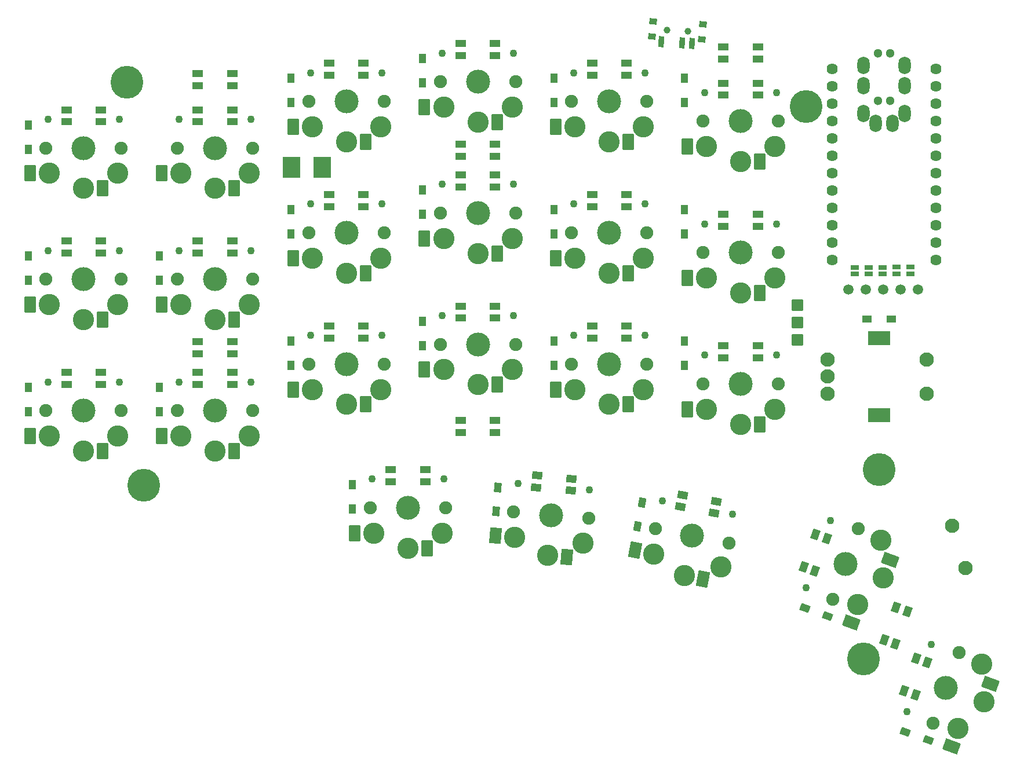
<source format=gbs>
G04 #@! TF.GenerationSoftware,KiCad,Pcbnew,7.0.7*
G04 #@! TF.CreationDate,2023-09-27T23:26:32-04:00*
G04 #@! TF.ProjectId,keybear-chocolate,6b657962-6561-4722-9d63-686f636f6c61,v1.0.0*
G04 #@! TF.SameCoordinates,Original*
G04 #@! TF.FileFunction,Soldermask,Bot*
G04 #@! TF.FilePolarity,Negative*
%FSLAX46Y46*%
G04 Gerber Fmt 4.6, Leading zero omitted, Abs format (unit mm)*
G04 Created by KiCad (PCBNEW 7.0.7) date 2023-09-27 23:26:32*
%MOMM*%
%LPD*%
G01*
G04 APERTURE LIST*
G04 Aperture macros list*
%AMRoundRect*
0 Rectangle with rounded corners*
0 $1 Rounding radius*
0 $2 $3 $4 $5 $6 $7 $8 $9 X,Y pos of 4 corners*
0 Add a 4 corners polygon primitive as box body*
4,1,4,$2,$3,$4,$5,$6,$7,$8,$9,$2,$3,0*
0 Add four circle primitives for the rounded corners*
1,1,$1+$1,$2,$3*
1,1,$1+$1,$4,$5*
1,1,$1+$1,$6,$7*
1,1,$1+$1,$8,$9*
0 Add four rect primitives between the rounded corners*
20,1,$1+$1,$2,$3,$4,$5,0*
20,1,$1+$1,$4,$5,$6,$7,0*
20,1,$1+$1,$6,$7,$8,$9,0*
20,1,$1+$1,$8,$9,$2,$3,0*%
G04 Aperture macros list end*
%ADD10C,1.900000*%
%ADD11C,1.100000*%
%ADD12C,3.100000*%
%ADD13C,3.500000*%
%ADD14RoundRect,0.050000X0.800000X1.100000X-0.800000X1.100000X-0.800000X-1.100000X0.800000X-1.100000X0*%
%ADD15RoundRect,0.050000X-0.475000X0.650000X-0.475000X-0.650000X0.475000X-0.650000X0.475000X0.650000X0*%
%ADD16RoundRect,0.050000X-0.690000X-0.500000X0.690000X-0.500000X0.690000X0.500000X-0.690000X0.500000X0*%
%ADD17C,4.800000*%
%ADD18C,1.497000*%
%ADD19RoundRect,0.050000X0.233852X-0.819398X0.705840X0.477378X-0.233852X0.819398X-0.705840X-0.477378X0*%
%ADD20C,2.100000*%
%ADD21RoundRect,0.050000X-1.600000X-1.000000X1.600000X-1.000000X1.600000X1.000000X-1.600000X1.000000X0*%
%ADD22RoundRect,0.050000X1.250000X-1.500000X1.250000X1.500000X-1.250000X1.500000X-1.250000X-1.500000X0*%
%ADD23C,1.624000*%
%ADD24C,1.300000*%
%ADD25O,1.800000X2.600000*%
%ADD26RoundRect,0.050000X-0.760046X1.127976X-1.307278X-0.375532X0.760046X-1.127976X1.307278X0.375532X0*%
%ADD27RoundRect,0.050000X-0.730952X-0.437960X0.643796X-0.558235X0.730952X0.437960X-0.643796X0.558235X0*%
%ADD28RoundRect,0.050000X-0.773260X-0.224041X0.448341X-0.668667X0.773260X0.224041X-0.448341X0.668667X0*%
%ADD29RoundRect,0.050000X0.995192X0.927143X-0.575412X1.232437X-0.995192X-0.927143X0.575412X-1.232437X0*%
%ADD30RoundRect,0.050000X-0.772727X-0.359155X0.581918X-0.622472X0.772727X0.359155X-0.581918X0.622472X0*%
%ADD31RoundRect,0.050000X-0.650000X-0.475000X0.650000X-0.475000X0.650000X0.475000X-0.650000X0.475000X0*%
%ADD32RoundRect,0.050000X-0.342247X0.728692X-0.590299X-0.547423X0.342247X-0.728692X0.590299X0.547423X0*%
%ADD33RoundRect,0.050000X-0.762000X-0.762000X0.762000X-0.762000X0.762000X0.762000X-0.762000X0.762000X0*%
%ADD34RoundRect,0.050000X0.892827X1.026090X-0.701084X1.165539X-0.892827X-1.026090X0.701084X-1.165539X0*%
%ADD35RoundRect,0.050000X-0.416541X0.688926X-0.529844X-0.606128X0.416541X-0.688926X0.529844X0.606128X0*%
%ADD36RoundRect,0.050000X-0.571500X0.317500X-0.571500X-0.317500X0.571500X-0.317500X0.571500X0.317500X0*%
%ADD37RoundRect,0.050000X-0.523487X-0.368730X0.474648X-0.429778X0.523487X0.368730X-0.474648X0.429778X0*%
%ADD38C,1.000000*%
%ADD39RoundRect,0.050000X-0.395134X-0.727234X0.303561X-0.769968X0.395134X0.727234X-0.303561X0.769968X0*%
G04 APERTURE END LIST*
D10*
X174700000Y-130800000D03*
D11*
X174420000Y-126600000D03*
D12*
X174200000Y-134500000D03*
X169200000Y-136700000D03*
D13*
X169200000Y-130800000D03*
D12*
X164200000Y-134500000D03*
D11*
X163980000Y-126600000D03*
D10*
X163700000Y-130800000D03*
D14*
X161400000Y-134500000D03*
X172000000Y-136700000D03*
D15*
X237800000Y-139825000D03*
X237800000Y-143375000D03*
D16*
X166685600Y-107775000D03*
X171714400Y-107775000D03*
X171714400Y-106025000D03*
X166685600Y-106025000D03*
D17*
X158750000Y-160909000D03*
D16*
X243485600Y-103865000D03*
X248514400Y-103865000D03*
X248514400Y-102115000D03*
X243485600Y-102115000D03*
D15*
X161100000Y-127425000D03*
X161100000Y-130975000D03*
D10*
X213100000Y-101910000D03*
D11*
X212820000Y-97710000D03*
D12*
X212600000Y-105610000D03*
X207600000Y-107810000D03*
D13*
X207600000Y-101910000D03*
D12*
X202600000Y-105610000D03*
D11*
X202380000Y-97710000D03*
D10*
X202100000Y-101910000D03*
D14*
X199800000Y-105610000D03*
X210400000Y-107810000D03*
D15*
X180300000Y-120625000D03*
X180300000Y-124175000D03*
D18*
X261721600Y-132334000D03*
X264261600Y-132334000D03*
X266801600Y-132334000D03*
X269341600Y-132334000D03*
X271881600Y-132334000D03*
D15*
X180300000Y-101425000D03*
X180300000Y-104975000D03*
D16*
X224285600Y-139375000D03*
X229314400Y-139375000D03*
X229314400Y-137625000D03*
X224285600Y-137625000D03*
D10*
X232300000Y-124000000D03*
D11*
X232020000Y-119800000D03*
D12*
X231800000Y-127700000D03*
X226800000Y-129900000D03*
D13*
X226800000Y-124000000D03*
D12*
X221800000Y-127700000D03*
D11*
X221580000Y-119800000D03*
D10*
X221300000Y-124000000D03*
D14*
X219000000Y-127700000D03*
X229600000Y-129900000D03*
D10*
X251500000Y-107690000D03*
D11*
X251220000Y-103490000D03*
D12*
X251000000Y-111390000D03*
X246000000Y-113590000D03*
D13*
X246000000Y-107690000D03*
D12*
X241000000Y-111390000D03*
D11*
X240780000Y-103490000D03*
D10*
X240500000Y-107690000D03*
D14*
X238200000Y-111390000D03*
X248800000Y-113590000D03*
D19*
X256858582Y-173463624D03*
X258578532Y-168738097D03*
X256934070Y-168139562D03*
X255214120Y-172865089D03*
D10*
X174700000Y-150000000D03*
D11*
X174420000Y-145800000D03*
D12*
X174200000Y-153700000D03*
X169200000Y-155900000D03*
D13*
X169200000Y-150000000D03*
D12*
X164200000Y-153700000D03*
D11*
X163980000Y-145800000D03*
D10*
X163700000Y-150000000D03*
D14*
X161400000Y-153700000D03*
X172000000Y-155900000D03*
D16*
X243485600Y-98565000D03*
X248514400Y-98565000D03*
X248514400Y-96815000D03*
X243485600Y-96815000D03*
D15*
X199500000Y-98535000D03*
X199500000Y-102085000D03*
D20*
X258692000Y-142534000D03*
X258692000Y-147534000D03*
X258692000Y-145034000D03*
D21*
X266192000Y-139434000D03*
X266192000Y-150634000D03*
D20*
X273192000Y-147534000D03*
X273192000Y-142534000D03*
D10*
X251500000Y-126890000D03*
D11*
X251220000Y-122690000D03*
D12*
X251000000Y-130590000D03*
X246000000Y-132790000D03*
D13*
X246000000Y-126890000D03*
D12*
X241000000Y-130590000D03*
D11*
X240780000Y-122690000D03*
D10*
X240500000Y-126890000D03*
D14*
X238200000Y-130590000D03*
X248800000Y-132790000D03*
D16*
X166685600Y-141675000D03*
X171714400Y-141675000D03*
X171714400Y-139925000D03*
X166685600Y-139925000D03*
D15*
X237800000Y-101425000D03*
X237800000Y-104975000D03*
D10*
X251500000Y-146090000D03*
D11*
X251220000Y-141890000D03*
D12*
X251000000Y-149790000D03*
X246000000Y-151990000D03*
D13*
X246000000Y-146090000D03*
D12*
X241000000Y-149790000D03*
D11*
X240780000Y-141890000D03*
D10*
X240500000Y-146090000D03*
D14*
X238200000Y-149790000D03*
X248800000Y-151990000D03*
D15*
X141900000Y-127425000D03*
X141900000Y-130975000D03*
D22*
X180340000Y-114427000D03*
X184840000Y-114427000D03*
D17*
X263906000Y-186309000D03*
D10*
X155500000Y-130800000D03*
D11*
X155220000Y-126600000D03*
D12*
X155000000Y-134500000D03*
X150000000Y-136700000D03*
D13*
X150000000Y-130800000D03*
D12*
X145000000Y-134500000D03*
D11*
X144780000Y-126600000D03*
D10*
X144500000Y-130800000D03*
D14*
X142200000Y-134500000D03*
X152800000Y-136700000D03*
D23*
X274556400Y-100012000D03*
X274556400Y-102552000D03*
X274556400Y-105092000D03*
X274556400Y-107632000D03*
X274556400Y-110172000D03*
X274556400Y-112712000D03*
X274556400Y-115252000D03*
X274556400Y-117792000D03*
X274556400Y-120332000D03*
X274556400Y-122872000D03*
X274556400Y-125412000D03*
X274556400Y-127952000D03*
X259336400Y-127952000D03*
X259336400Y-125412000D03*
X259336400Y-122872000D03*
X259336400Y-120332000D03*
X259336400Y-117792000D03*
X259336400Y-115252000D03*
X259336400Y-112712000D03*
X259336400Y-110172000D03*
X259336400Y-107632000D03*
X259336400Y-105092000D03*
X259336400Y-102552000D03*
X259336400Y-100012000D03*
D24*
X266079000Y-97716000D03*
X266079000Y-104716000D03*
X267829000Y-97716000D03*
X267829000Y-104716000D03*
D25*
X265729000Y-108016000D03*
X268179000Y-108016000D03*
X263979000Y-99516000D03*
X269929000Y-99516000D03*
X263979000Y-102516000D03*
X269929000Y-102516000D03*
X263979000Y-106516000D03*
X269929000Y-106516000D03*
D10*
X263193992Y-167240779D03*
D11*
X259151517Y-166067408D03*
D12*
X266499844Y-168976099D03*
X266857067Y-174427007D03*
D13*
X261312881Y-172409088D03*
D12*
X263079643Y-178373026D03*
D11*
X255580827Y-175877799D03*
D10*
X259431770Y-177577397D03*
D26*
X262121987Y-181004165D03*
X267814724Y-171795868D03*
D10*
X193900000Y-124000000D03*
D11*
X193620000Y-119800000D03*
D12*
X193400000Y-127700000D03*
X188400000Y-129900000D03*
D13*
X188400000Y-124000000D03*
D12*
X183400000Y-127700000D03*
D11*
X183180000Y-119800000D03*
D10*
X182900000Y-124000000D03*
D14*
X180600000Y-127700000D03*
X191200000Y-129900000D03*
D15*
X237800000Y-120625000D03*
X237800000Y-124175000D03*
D27*
X216137578Y-161253761D03*
X221147242Y-161692050D03*
X221299764Y-159948709D03*
X216290100Y-159510420D03*
D28*
X270060666Y-196982994D03*
X273396574Y-198197166D03*
D10*
X193900000Y-104800000D03*
D11*
X193620000Y-100600000D03*
D12*
X193400000Y-108500000D03*
X188400000Y-110700000D03*
D13*
X188400000Y-104800000D03*
D12*
X183400000Y-108500000D03*
D11*
X183180000Y-100600000D03*
D10*
X182900000Y-104800000D03*
D14*
X180600000Y-108500000D03*
X191200000Y-110700000D03*
D10*
X244304480Y-169337436D03*
D11*
X244831022Y-165161176D03*
D12*
X243107673Y-172874053D03*
X237779757Y-174079587D03*
D13*
X238905530Y-168287987D03*
D12*
X233291401Y-170965963D03*
D11*
X234582834Y-163169130D03*
D10*
X233506580Y-167238538D03*
D29*
X230542845Y-170431697D03*
X240528313Y-174613853D03*
D10*
X232300000Y-104800000D03*
D11*
X232020000Y-100600000D03*
D12*
X231800000Y-108500000D03*
X226800000Y-110700000D03*
D13*
X226800000Y-104800000D03*
D12*
X221800000Y-108500000D03*
D11*
X221580000Y-100600000D03*
D10*
X221300000Y-104800000D03*
D14*
X219000000Y-108500000D03*
X229600000Y-110700000D03*
D17*
X255524000Y-105537000D03*
D15*
X161100000Y-146625000D03*
X161100000Y-150175000D03*
D28*
X255371056Y-178866280D03*
X258706964Y-180080452D03*
D30*
X237167171Y-164053493D03*
X242103578Y-165013033D03*
X242437493Y-163295185D03*
X237501086Y-162335645D03*
D16*
X243485600Y-142265000D03*
X248514400Y-142265000D03*
X248514400Y-140515000D03*
X243485600Y-140515000D03*
X147485600Y-107775000D03*
X152514400Y-107775000D03*
X152514400Y-106025000D03*
X147485600Y-106025000D03*
D10*
X202900000Y-164200000D03*
D11*
X202620000Y-160000000D03*
D12*
X202400000Y-167900000D03*
X197400000Y-170100000D03*
D13*
X197400000Y-164200000D03*
D12*
X192400000Y-167900000D03*
D11*
X192180000Y-160000000D03*
D10*
X191900000Y-164200000D03*
D14*
X189600000Y-167900000D03*
X200200000Y-170100000D03*
D19*
X268625613Y-184124757D03*
X270345563Y-179399230D03*
X268701101Y-178800695D03*
X266981151Y-183526222D03*
D10*
X232300000Y-143200000D03*
D11*
X232020000Y-139000000D03*
D12*
X231800000Y-146900000D03*
X226800000Y-149100000D03*
D13*
X226800000Y-143200000D03*
D12*
X221800000Y-146900000D03*
D11*
X221580000Y-139000000D03*
D10*
X221300000Y-143200000D03*
D14*
X219000000Y-146900000D03*
X229600000Y-149100000D03*
D15*
X218700000Y-101425000D03*
X218700000Y-104975000D03*
X180300000Y-139825000D03*
X180300000Y-143375000D03*
D20*
X278880305Y-173016934D03*
X276871695Y-166835066D03*
D16*
X224285600Y-100975000D03*
X229314400Y-100975000D03*
X229314400Y-99225000D03*
X224285600Y-99225000D03*
X194885600Y-160375000D03*
X199914400Y-160375000D03*
X199914400Y-158625000D03*
X194885600Y-158625000D03*
X224285600Y-120175000D03*
X229314400Y-120175000D03*
X229314400Y-118425000D03*
X224285600Y-118425000D03*
X185885600Y-139375000D03*
X190914400Y-139375000D03*
X190914400Y-137625000D03*
X185885600Y-137625000D03*
X147485600Y-126975000D03*
X152514400Y-126975000D03*
X152514400Y-125225000D03*
X147485600Y-125225000D03*
D10*
X155500000Y-150000000D03*
D11*
X155220000Y-145800000D03*
D12*
X155000000Y-153700000D03*
X150000000Y-155900000D03*
D13*
X150000000Y-150000000D03*
D12*
X145000000Y-153700000D03*
D11*
X144780000Y-145800000D03*
D10*
X144500000Y-150000000D03*
D14*
X142200000Y-153700000D03*
X152800000Y-155900000D03*
D31*
X264417000Y-136634000D03*
X267967000Y-136634000D03*
D16*
X185885600Y-100975000D03*
X190914400Y-100975000D03*
X190914400Y-99225000D03*
X185885600Y-99225000D03*
D10*
X174700000Y-111600000D03*
D11*
X174420000Y-107400000D03*
D12*
X174200000Y-115300000D03*
X169200000Y-117500000D03*
D13*
X169200000Y-111600000D03*
D12*
X164200000Y-115300000D03*
D11*
X163980000Y-107400000D03*
D10*
X163700000Y-111600000D03*
D14*
X161400000Y-115300000D03*
X172000000Y-117500000D03*
D10*
X193900000Y-143200000D03*
D11*
X193620000Y-139000000D03*
D12*
X193400000Y-146900000D03*
X188400000Y-149100000D03*
D13*
X188400000Y-143200000D03*
D12*
X183400000Y-146900000D03*
D11*
X183180000Y-139000000D03*
D10*
X182900000Y-143200000D03*
D14*
X180600000Y-146900000D03*
X191200000Y-149100000D03*
D15*
X199500000Y-136935000D03*
X199500000Y-140485000D03*
D17*
X156337000Y-101981000D03*
X266192000Y-158623000D03*
D16*
X205085600Y-117285000D03*
X210114400Y-117285000D03*
X210114400Y-115535000D03*
X205085600Y-115535000D03*
D15*
X141900000Y-108225000D03*
X141900000Y-111775000D03*
D10*
X277883602Y-185357493D03*
D11*
X273841127Y-184184122D03*
D12*
X281189454Y-187092813D03*
X281546677Y-192543721D03*
D13*
X276002491Y-190525802D03*
D12*
X277769253Y-196489740D03*
D11*
X270270437Y-193994513D03*
D10*
X274121380Y-195694111D03*
D26*
X276811597Y-199120879D03*
X282504334Y-189912582D03*
D19*
X271548192Y-191580338D03*
X273268142Y-186854811D03*
X271623680Y-186256276D03*
X269903730Y-190981803D03*
D16*
X205085600Y-136485000D03*
X210114400Y-136485000D03*
X210114400Y-134735000D03*
X205085600Y-134735000D03*
D32*
X231598330Y-163429443D03*
X230920958Y-166914219D03*
D33*
X254254000Y-139700000D03*
X254254000Y-137160000D03*
X254254000Y-134620000D03*
D15*
X218700000Y-120625000D03*
X218700000Y-124175000D03*
X141900000Y-146625000D03*
X141900000Y-150175000D03*
D16*
X166685600Y-126975000D03*
X171714400Y-126975000D03*
X171714400Y-125225000D03*
X166685600Y-125225000D03*
D15*
X199500000Y-117735000D03*
X199500000Y-121285000D03*
D16*
X243485600Y-123065000D03*
X248514400Y-123065000D03*
X248514400Y-121315000D03*
X243485600Y-121315000D03*
D10*
X223788110Y-165762707D03*
D11*
X223875229Y-161554285D03*
D12*
X222967536Y-169405049D03*
X217794820Y-171160899D03*
D13*
X218309039Y-165283350D03*
D12*
X213005589Y-168533492D03*
D11*
X213474957Y-160644379D03*
D10*
X212829968Y-164803993D03*
D34*
X210216244Y-168289456D03*
X220584165Y-171404935D03*
D16*
X205085600Y-98085000D03*
X210114400Y-98085000D03*
X210114400Y-96335000D03*
X205085600Y-96335000D03*
X166685600Y-102475000D03*
X171714400Y-102475000D03*
X171714400Y-100725000D03*
X166685600Y-100725000D03*
X185885600Y-120175000D03*
X190914400Y-120175000D03*
X190914400Y-118425000D03*
X185885600Y-118425000D03*
D10*
X155500000Y-111600000D03*
D11*
X155220000Y-107400000D03*
D12*
X155000000Y-115300000D03*
X150000000Y-117500000D03*
D13*
X150000000Y-111600000D03*
D12*
X145000000Y-115300000D03*
D11*
X144780000Y-107400000D03*
D10*
X144500000Y-111600000D03*
D14*
X142200000Y-115300000D03*
X152800000Y-117500000D03*
D16*
X147485600Y-146175000D03*
X152514400Y-146175000D03*
X152514400Y-144425000D03*
X147485600Y-144425000D03*
D10*
X213100000Y-140310000D03*
D11*
X212820000Y-136110000D03*
D12*
X212600000Y-144010000D03*
X207600000Y-146210000D03*
D13*
X207600000Y-140310000D03*
D12*
X202600000Y-144010000D03*
D11*
X202380000Y-136110000D03*
D10*
X202100000Y-140310000D03*
D14*
X199800000Y-144010000D03*
X210400000Y-146210000D03*
D10*
X213100000Y-121110000D03*
D11*
X212820000Y-116910000D03*
D12*
X212600000Y-124810000D03*
X207600000Y-127010000D03*
D13*
X207600000Y-121110000D03*
D12*
X202600000Y-124810000D03*
D11*
X202380000Y-116910000D03*
D10*
X202100000Y-121110000D03*
D14*
X199800000Y-124810000D03*
X210400000Y-127010000D03*
D16*
X205085600Y-153185000D03*
X210114400Y-153185000D03*
X210114400Y-151435000D03*
X205085600Y-151435000D03*
X205085600Y-112785000D03*
X210114400Y-112785000D03*
X210114400Y-111035000D03*
X205085600Y-111035000D03*
D15*
X189300000Y-160825000D03*
X189300000Y-164375000D03*
D16*
X166685600Y-146175000D03*
X171714400Y-146175000D03*
X171714400Y-144425000D03*
X166685600Y-144425000D03*
D35*
X210534012Y-161215231D03*
X210224610Y-164751723D03*
D15*
X218700000Y-139825000D03*
X218700000Y-143375000D03*
D36*
X268732000Y-129032000D03*
X268732000Y-130032760D03*
X270764000Y-129032000D03*
X270764000Y-130032760D03*
X262636000Y-129039620D03*
X262636000Y-130040380D03*
X264668000Y-129039620D03*
X264668000Y-130040380D03*
D37*
X233182791Y-93101012D03*
X233047874Y-95306890D03*
D38*
X235261628Y-94330215D03*
X238256032Y-94513360D03*
D37*
X240469175Y-93546666D03*
X240334258Y-95752544D03*
D39*
X234405581Y-96041146D03*
X237399986Y-96224291D03*
X238897188Y-96315864D03*
D36*
X266700000Y-129039620D03*
X266700000Y-130040380D03*
M02*

</source>
